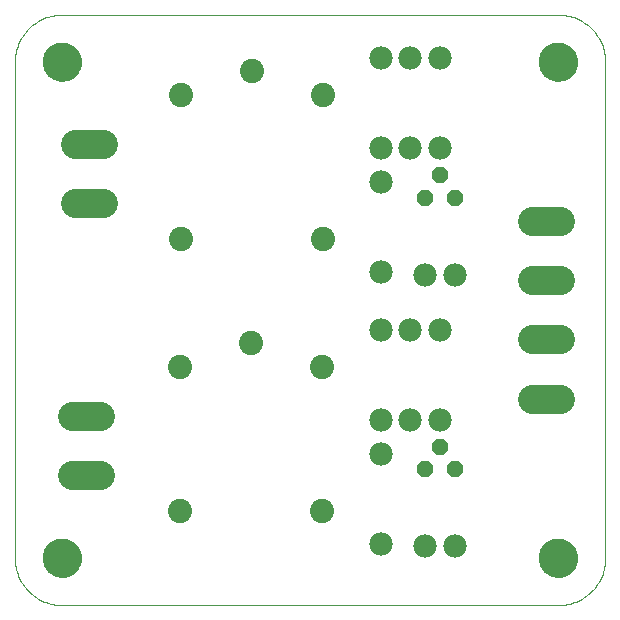
<source format=gbs>
G75*
G70*
%OFA0B0*%
%FSLAX24Y24*%
%IPPOS*%
%LPD*%
%AMOC8*
5,1,8,0,0,1.08239X$1,22.5*
%
%ADD10C,0.0780*%
%ADD11C,0.0977*%
%ADD12OC8,0.0520*%
%ADD13C,0.0808*%
%ADD14C,0.0000*%
%ADD15C,0.1300*%
D10*
X017817Y005459D03*
X019285Y005384D03*
X020285Y005384D03*
X017817Y008459D03*
X017817Y009593D03*
X018801Y009593D03*
X019785Y009593D03*
X019785Y012593D03*
X018801Y012593D03*
X017817Y012593D03*
X017817Y014514D03*
X019285Y014439D03*
X020285Y014439D03*
X017817Y017514D03*
X017817Y018648D03*
X018801Y018648D03*
X019785Y018648D03*
X019785Y021648D03*
X018801Y021648D03*
X017817Y021648D03*
D11*
X022840Y016211D02*
X023777Y016211D01*
X023777Y014242D02*
X022840Y014242D01*
X022840Y012274D02*
X023777Y012274D01*
X023777Y010305D02*
X022840Y010305D01*
X008561Y016809D02*
X007624Y016809D01*
X007624Y018778D02*
X008561Y018778D01*
X008462Y009715D02*
X007525Y009715D01*
X007525Y007746D02*
X008462Y007746D01*
D12*
X019285Y007943D03*
X019785Y008693D03*
X020285Y007943D03*
X020285Y016998D03*
X019785Y017748D03*
X019285Y016998D03*
D13*
X015887Y015616D03*
X013486Y012156D03*
X015848Y011368D03*
X011163Y015616D03*
X011124Y011368D03*
X011124Y006565D03*
X015848Y006565D03*
X015887Y020420D03*
X013525Y021207D03*
X011163Y020420D03*
D14*
X005612Y021526D02*
X005612Y004990D01*
X006557Y004990D02*
X006559Y005040D01*
X006565Y005090D01*
X006575Y005139D01*
X006589Y005187D01*
X006606Y005234D01*
X006627Y005279D01*
X006652Y005323D01*
X006680Y005364D01*
X006712Y005403D01*
X006746Y005440D01*
X006783Y005474D01*
X006823Y005504D01*
X006865Y005531D01*
X006909Y005555D01*
X006955Y005576D01*
X007002Y005592D01*
X007050Y005605D01*
X007100Y005614D01*
X007149Y005619D01*
X007200Y005620D01*
X007250Y005617D01*
X007299Y005610D01*
X007348Y005599D01*
X007396Y005584D01*
X007442Y005566D01*
X007487Y005544D01*
X007530Y005518D01*
X007571Y005489D01*
X007610Y005457D01*
X007646Y005422D01*
X007678Y005384D01*
X007708Y005344D01*
X007735Y005301D01*
X007758Y005257D01*
X007777Y005211D01*
X007793Y005163D01*
X007805Y005114D01*
X007813Y005065D01*
X007817Y005015D01*
X007817Y004965D01*
X007813Y004915D01*
X007805Y004866D01*
X007793Y004817D01*
X007777Y004769D01*
X007758Y004723D01*
X007735Y004679D01*
X007708Y004636D01*
X007678Y004596D01*
X007646Y004558D01*
X007610Y004523D01*
X007571Y004491D01*
X007530Y004462D01*
X007487Y004436D01*
X007442Y004414D01*
X007396Y004396D01*
X007348Y004381D01*
X007299Y004370D01*
X007250Y004363D01*
X007200Y004360D01*
X007149Y004361D01*
X007100Y004366D01*
X007050Y004375D01*
X007002Y004388D01*
X006955Y004404D01*
X006909Y004425D01*
X006865Y004449D01*
X006823Y004476D01*
X006783Y004506D01*
X006746Y004540D01*
X006712Y004577D01*
X006680Y004616D01*
X006652Y004657D01*
X006627Y004701D01*
X006606Y004746D01*
X006589Y004793D01*
X006575Y004841D01*
X006565Y004890D01*
X006559Y004940D01*
X006557Y004990D01*
X005612Y004990D02*
X005614Y004913D01*
X005620Y004836D01*
X005629Y004759D01*
X005642Y004683D01*
X005659Y004607D01*
X005680Y004533D01*
X005704Y004459D01*
X005732Y004387D01*
X005763Y004317D01*
X005798Y004248D01*
X005836Y004180D01*
X005877Y004115D01*
X005922Y004052D01*
X005970Y003991D01*
X006020Y003932D01*
X006073Y003876D01*
X006129Y003823D01*
X006188Y003773D01*
X006249Y003725D01*
X006312Y003680D01*
X006377Y003639D01*
X006445Y003601D01*
X006514Y003566D01*
X006584Y003535D01*
X006656Y003507D01*
X006730Y003483D01*
X006804Y003462D01*
X006880Y003445D01*
X006956Y003432D01*
X007033Y003423D01*
X007110Y003417D01*
X007187Y003415D01*
X007187Y003416D02*
X023722Y003416D01*
X023092Y004990D02*
X023094Y005040D01*
X023100Y005090D01*
X023110Y005139D01*
X023124Y005187D01*
X023141Y005234D01*
X023162Y005279D01*
X023187Y005323D01*
X023215Y005364D01*
X023247Y005403D01*
X023281Y005440D01*
X023318Y005474D01*
X023358Y005504D01*
X023400Y005531D01*
X023444Y005555D01*
X023490Y005576D01*
X023537Y005592D01*
X023585Y005605D01*
X023635Y005614D01*
X023684Y005619D01*
X023735Y005620D01*
X023785Y005617D01*
X023834Y005610D01*
X023883Y005599D01*
X023931Y005584D01*
X023977Y005566D01*
X024022Y005544D01*
X024065Y005518D01*
X024106Y005489D01*
X024145Y005457D01*
X024181Y005422D01*
X024213Y005384D01*
X024243Y005344D01*
X024270Y005301D01*
X024293Y005257D01*
X024312Y005211D01*
X024328Y005163D01*
X024340Y005114D01*
X024348Y005065D01*
X024352Y005015D01*
X024352Y004965D01*
X024348Y004915D01*
X024340Y004866D01*
X024328Y004817D01*
X024312Y004769D01*
X024293Y004723D01*
X024270Y004679D01*
X024243Y004636D01*
X024213Y004596D01*
X024181Y004558D01*
X024145Y004523D01*
X024106Y004491D01*
X024065Y004462D01*
X024022Y004436D01*
X023977Y004414D01*
X023931Y004396D01*
X023883Y004381D01*
X023834Y004370D01*
X023785Y004363D01*
X023735Y004360D01*
X023684Y004361D01*
X023635Y004366D01*
X023585Y004375D01*
X023537Y004388D01*
X023490Y004404D01*
X023444Y004425D01*
X023400Y004449D01*
X023358Y004476D01*
X023318Y004506D01*
X023281Y004540D01*
X023247Y004577D01*
X023215Y004616D01*
X023187Y004657D01*
X023162Y004701D01*
X023141Y004746D01*
X023124Y004793D01*
X023110Y004841D01*
X023100Y004890D01*
X023094Y004940D01*
X023092Y004990D01*
X023722Y003415D02*
X023799Y003417D01*
X023876Y003423D01*
X023953Y003432D01*
X024029Y003445D01*
X024105Y003462D01*
X024179Y003483D01*
X024253Y003507D01*
X024325Y003535D01*
X024395Y003566D01*
X024464Y003601D01*
X024532Y003639D01*
X024597Y003680D01*
X024660Y003725D01*
X024721Y003773D01*
X024780Y003823D01*
X024836Y003876D01*
X024889Y003932D01*
X024939Y003991D01*
X024987Y004052D01*
X025032Y004115D01*
X025073Y004180D01*
X025111Y004248D01*
X025146Y004317D01*
X025177Y004387D01*
X025205Y004459D01*
X025229Y004533D01*
X025250Y004607D01*
X025267Y004683D01*
X025280Y004759D01*
X025289Y004836D01*
X025295Y004913D01*
X025297Y004990D01*
X025297Y021526D01*
X023092Y021526D02*
X023094Y021576D01*
X023100Y021626D01*
X023110Y021675D01*
X023124Y021723D01*
X023141Y021770D01*
X023162Y021815D01*
X023187Y021859D01*
X023215Y021900D01*
X023247Y021939D01*
X023281Y021976D01*
X023318Y022010D01*
X023358Y022040D01*
X023400Y022067D01*
X023444Y022091D01*
X023490Y022112D01*
X023537Y022128D01*
X023585Y022141D01*
X023635Y022150D01*
X023684Y022155D01*
X023735Y022156D01*
X023785Y022153D01*
X023834Y022146D01*
X023883Y022135D01*
X023931Y022120D01*
X023977Y022102D01*
X024022Y022080D01*
X024065Y022054D01*
X024106Y022025D01*
X024145Y021993D01*
X024181Y021958D01*
X024213Y021920D01*
X024243Y021880D01*
X024270Y021837D01*
X024293Y021793D01*
X024312Y021747D01*
X024328Y021699D01*
X024340Y021650D01*
X024348Y021601D01*
X024352Y021551D01*
X024352Y021501D01*
X024348Y021451D01*
X024340Y021402D01*
X024328Y021353D01*
X024312Y021305D01*
X024293Y021259D01*
X024270Y021215D01*
X024243Y021172D01*
X024213Y021132D01*
X024181Y021094D01*
X024145Y021059D01*
X024106Y021027D01*
X024065Y020998D01*
X024022Y020972D01*
X023977Y020950D01*
X023931Y020932D01*
X023883Y020917D01*
X023834Y020906D01*
X023785Y020899D01*
X023735Y020896D01*
X023684Y020897D01*
X023635Y020902D01*
X023585Y020911D01*
X023537Y020924D01*
X023490Y020940D01*
X023444Y020961D01*
X023400Y020985D01*
X023358Y021012D01*
X023318Y021042D01*
X023281Y021076D01*
X023247Y021113D01*
X023215Y021152D01*
X023187Y021193D01*
X023162Y021237D01*
X023141Y021282D01*
X023124Y021329D01*
X023110Y021377D01*
X023100Y021426D01*
X023094Y021476D01*
X023092Y021526D01*
X023722Y023101D02*
X023799Y023099D01*
X023876Y023093D01*
X023953Y023084D01*
X024029Y023071D01*
X024105Y023054D01*
X024179Y023033D01*
X024253Y023009D01*
X024325Y022981D01*
X024395Y022950D01*
X024464Y022915D01*
X024532Y022877D01*
X024597Y022836D01*
X024660Y022791D01*
X024721Y022743D01*
X024780Y022693D01*
X024836Y022640D01*
X024889Y022584D01*
X024939Y022525D01*
X024987Y022464D01*
X025032Y022401D01*
X025073Y022336D01*
X025111Y022268D01*
X025146Y022199D01*
X025177Y022129D01*
X025205Y022057D01*
X025229Y021983D01*
X025250Y021909D01*
X025267Y021833D01*
X025280Y021757D01*
X025289Y021680D01*
X025295Y021603D01*
X025297Y021526D01*
X023722Y023101D02*
X007187Y023101D01*
X006557Y021526D02*
X006559Y021576D01*
X006565Y021626D01*
X006575Y021675D01*
X006589Y021723D01*
X006606Y021770D01*
X006627Y021815D01*
X006652Y021859D01*
X006680Y021900D01*
X006712Y021939D01*
X006746Y021976D01*
X006783Y022010D01*
X006823Y022040D01*
X006865Y022067D01*
X006909Y022091D01*
X006955Y022112D01*
X007002Y022128D01*
X007050Y022141D01*
X007100Y022150D01*
X007149Y022155D01*
X007200Y022156D01*
X007250Y022153D01*
X007299Y022146D01*
X007348Y022135D01*
X007396Y022120D01*
X007442Y022102D01*
X007487Y022080D01*
X007530Y022054D01*
X007571Y022025D01*
X007610Y021993D01*
X007646Y021958D01*
X007678Y021920D01*
X007708Y021880D01*
X007735Y021837D01*
X007758Y021793D01*
X007777Y021747D01*
X007793Y021699D01*
X007805Y021650D01*
X007813Y021601D01*
X007817Y021551D01*
X007817Y021501D01*
X007813Y021451D01*
X007805Y021402D01*
X007793Y021353D01*
X007777Y021305D01*
X007758Y021259D01*
X007735Y021215D01*
X007708Y021172D01*
X007678Y021132D01*
X007646Y021094D01*
X007610Y021059D01*
X007571Y021027D01*
X007530Y020998D01*
X007487Y020972D01*
X007442Y020950D01*
X007396Y020932D01*
X007348Y020917D01*
X007299Y020906D01*
X007250Y020899D01*
X007200Y020896D01*
X007149Y020897D01*
X007100Y020902D01*
X007050Y020911D01*
X007002Y020924D01*
X006955Y020940D01*
X006909Y020961D01*
X006865Y020985D01*
X006823Y021012D01*
X006783Y021042D01*
X006746Y021076D01*
X006712Y021113D01*
X006680Y021152D01*
X006652Y021193D01*
X006627Y021237D01*
X006606Y021282D01*
X006589Y021329D01*
X006575Y021377D01*
X006565Y021426D01*
X006559Y021476D01*
X006557Y021526D01*
X005612Y021526D02*
X005614Y021603D01*
X005620Y021680D01*
X005629Y021757D01*
X005642Y021833D01*
X005659Y021909D01*
X005680Y021983D01*
X005704Y022057D01*
X005732Y022129D01*
X005763Y022199D01*
X005798Y022268D01*
X005836Y022336D01*
X005877Y022401D01*
X005922Y022464D01*
X005970Y022525D01*
X006020Y022584D01*
X006073Y022640D01*
X006129Y022693D01*
X006188Y022743D01*
X006249Y022791D01*
X006312Y022836D01*
X006377Y022877D01*
X006445Y022915D01*
X006514Y022950D01*
X006584Y022981D01*
X006656Y023009D01*
X006730Y023033D01*
X006804Y023054D01*
X006880Y023071D01*
X006956Y023084D01*
X007033Y023093D01*
X007110Y023099D01*
X007187Y023101D01*
D15*
X007187Y021526D03*
X023722Y021526D03*
X023722Y004990D03*
X007187Y004990D03*
M02*

</source>
